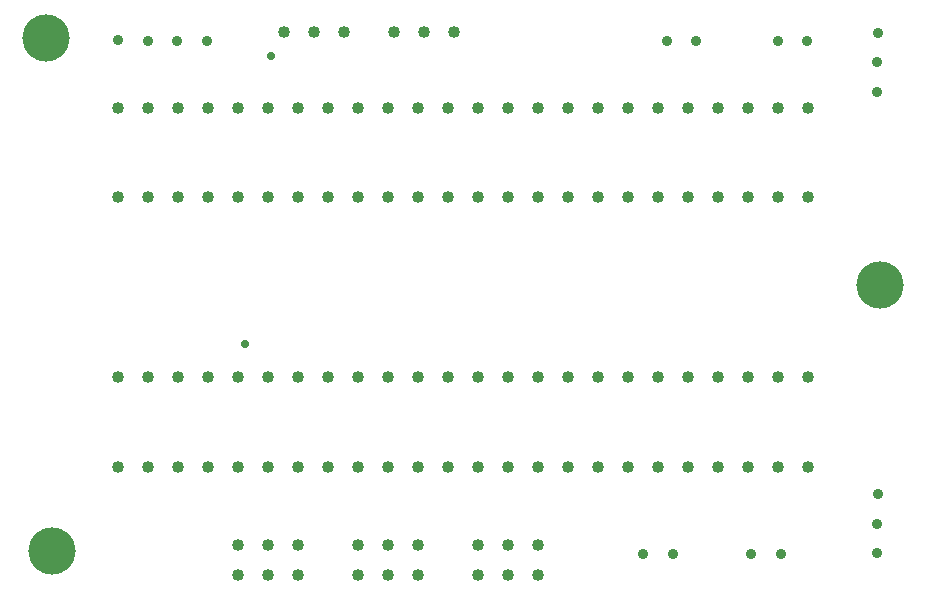
<source format=gbr>
%TF.GenerationSoftware,Altium Limited,Altium Designer,19.1.8 (144)*%
G04 Layer_Color=0*
%FSLAX26Y26*%
%MOIN*%
%TF.FileFunction,Plated,1,2,PTH,Drill*%
%TF.Part,Single*%
G01*
G75*
%TA.AperFunction,ComponentDrill*%
%ADD39C,0.035433*%
%ADD40C,0.035433*%
%ADD41C,0.040000*%
%ADD42C,0.040157*%
%TA.AperFunction,OtherDrill,Pad Free-2 (120mil,1930mil)*%
%ADD43C,0.157480*%
%TA.AperFunction,OtherDrill,Pad Free-2 (140mil,220mil)*%
%ADD44C,0.157480*%
%TA.AperFunction,OtherDrill,Pad Free-2 (2900mil,1105mil)*%
%ADD45C,0.157480*%
%TA.AperFunction,ViaDrill,NotFilled*%
%ADD46C,0.028000*%
D39*
X2890000Y211575D02*
D03*
Y310000D02*
D03*
Y1848425D02*
D03*
Y1750000D02*
D03*
X361575Y1923937D02*
D03*
D40*
X2893937Y408425D02*
D03*
Y1946850D02*
D03*
X2658425Y1920000D02*
D03*
X2560000D02*
D03*
X2111575Y210000D02*
D03*
X2210000D02*
D03*
X2190000Y1920000D02*
D03*
X2288425D02*
D03*
X656850D02*
D03*
X558425D02*
D03*
X460000D02*
D03*
X2570000Y210000D02*
D03*
X2471575D02*
D03*
D41*
X560000Y800000D02*
D03*
X760000D02*
D03*
X660000D02*
D03*
X460000D02*
D03*
X360000D02*
D03*
X1060000D02*
D03*
X960000D02*
D03*
X860000D02*
D03*
X1260000D02*
D03*
X1160000D02*
D03*
X460000Y1400000D02*
D03*
X360000D02*
D03*
X660000D02*
D03*
X560000D02*
D03*
X860000D02*
D03*
X760000D02*
D03*
X1060000D02*
D03*
X960000D02*
D03*
X1260000D02*
D03*
X1160000D02*
D03*
X1760000Y800000D02*
D03*
X1960000D02*
D03*
X1860000D02*
D03*
X1460000D02*
D03*
X1360000D02*
D03*
X1660000D02*
D03*
X1560000D02*
D03*
X2160000D02*
D03*
X2060000D02*
D03*
X2360000D02*
D03*
X2260000D02*
D03*
X2660000D02*
D03*
X2460000D02*
D03*
X1760000Y1400000D02*
D03*
X1960000D02*
D03*
X1860000D02*
D03*
X1460000D02*
D03*
X1360000D02*
D03*
X1660000D02*
D03*
X1560000D02*
D03*
X2160000D02*
D03*
X2060000D02*
D03*
X2560000Y800000D02*
D03*
X2260000Y1400000D02*
D03*
X2460000D02*
D03*
X2360000D02*
D03*
X2660000D02*
D03*
X2560000D02*
D03*
D42*
Y1695000D02*
D03*
X2460000D02*
D03*
X2360000D02*
D03*
X2260000D02*
D03*
X1860000D02*
D03*
X1960000D02*
D03*
X2060000D02*
D03*
X2160000D02*
D03*
X1460000D02*
D03*
X1560000D02*
D03*
X1660000D02*
D03*
X1760000D02*
D03*
X1060000D02*
D03*
X1160000D02*
D03*
X1260000D02*
D03*
X1360000D02*
D03*
X660000D02*
D03*
X560000D02*
D03*
X460000D02*
D03*
X360000D02*
D03*
X960000D02*
D03*
X860000D02*
D03*
X760000D02*
D03*
X2660000D02*
D03*
X1280000Y1950000D02*
D03*
X1380000D02*
D03*
X1480000D02*
D03*
X915000D02*
D03*
X1015000D02*
D03*
X1115000D02*
D03*
X460000Y500000D02*
D03*
X560000D02*
D03*
X660000D02*
D03*
X760000D02*
D03*
X1160000D02*
D03*
X1060000D02*
D03*
X960000D02*
D03*
X860000D02*
D03*
X1560000D02*
D03*
X1460000D02*
D03*
X1360000D02*
D03*
X1260000D02*
D03*
X1960000D02*
D03*
X1860000D02*
D03*
X1760000D02*
D03*
X1660000D02*
D03*
X2360000D02*
D03*
X2460000D02*
D03*
X2560000D02*
D03*
X2660000D02*
D03*
X2060000D02*
D03*
X2160000D02*
D03*
X2260000D02*
D03*
X360000D02*
D03*
X1560000Y140000D02*
D03*
X1660000D02*
D03*
X1760000D02*
D03*
X1560000Y240000D02*
D03*
X1660000D02*
D03*
X1760000D02*
D03*
X760000Y140000D02*
D03*
X860000D02*
D03*
X960000D02*
D03*
X760000Y240000D02*
D03*
X860000D02*
D03*
X960000D02*
D03*
X1160000Y140000D02*
D03*
X1260000D02*
D03*
X1360000D02*
D03*
X1160000Y240000D02*
D03*
X1260000D02*
D03*
X1360000D02*
D03*
D43*
X120000Y1930000D02*
D03*
D44*
X140000Y220000D02*
D03*
D45*
X2900000Y1105000D02*
D03*
D46*
X870000Y1870000D02*
D03*
X785000Y910000D02*
D03*
%TF.MD5,fedb7535057e561e28d4e80bc6f0ad60*%
M02*

</source>
